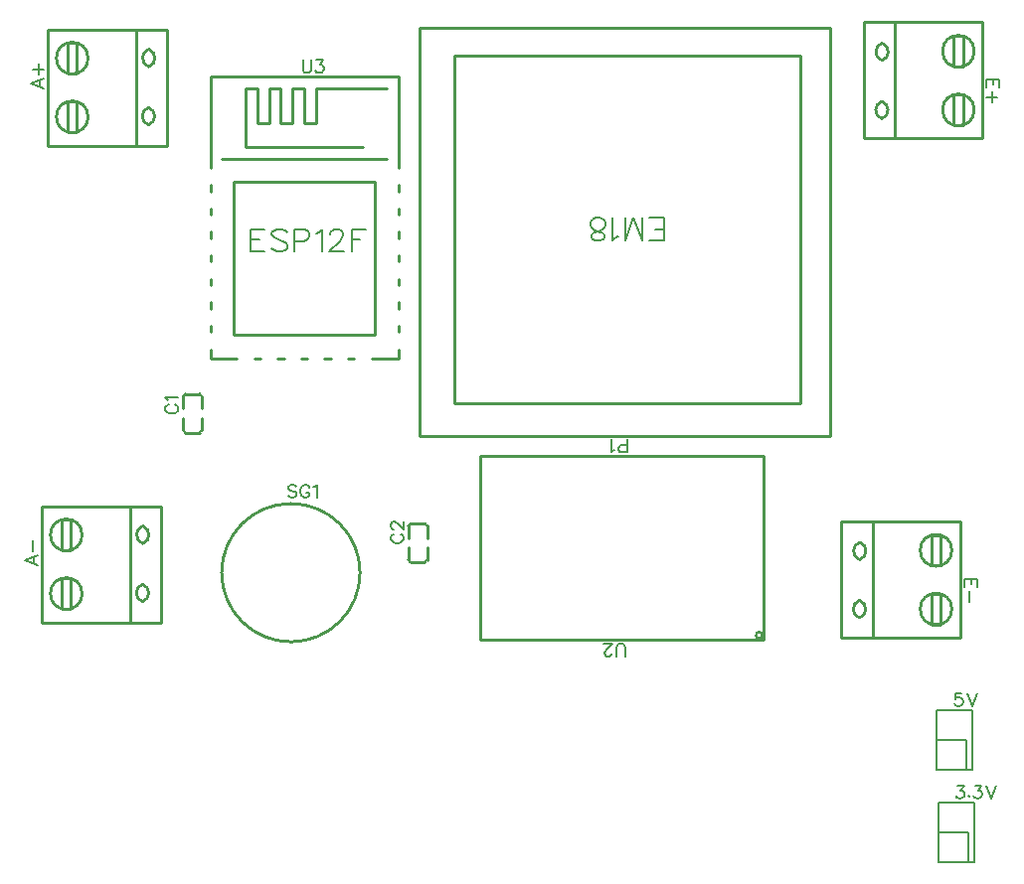
<source format=gto>
G04 Layer: TopSilkLayer*
G04 EasyEDA v6.4.3, 2020-08-09T00:17:02+05:30*
G04 6b3d8b3936fd40358e4656ce58cb2351,cf4aa5727a6a49518b7f5d996050d5f8,10*
G04 Gerber Generator version 0.2*
G04 Scale: 100 percent, Rotated: No, Reflected: No *
G04 Dimensions in millimeters *
G04 leading zeros omitted , absolute positions ,3 integer and 3 decimal *
%FSLAX33Y33*%
%MOMM*%
G90*
G71D02*

%ADD10C,0.254000*%
%ADD25C,0.203200*%
%ADD26C,0.152400*%

%LPD*%
G54D10*
G01X69278Y37973D02*
G01X34353Y37973D01*
G01X34353Y72771D01*
G01X69278Y72771D01*
G01X69278Y37973D01*
G01X66738Y70358D02*
G01X37274Y70358D01*
G01X37274Y70358D02*
G01X37274Y40767D01*
G01X66738Y40767D02*
G01X66738Y70358D01*
G01X66738Y40767D02*
G01X37274Y40767D01*
G01X63634Y20612D02*
G01X39504Y20612D01*
G01X39504Y36282D01*
G01X63634Y36282D01*
G01X63634Y20612D01*
G01X18509Y59574D02*
G01X18509Y46574D01*
G01X30509Y46574D01*
G01X30509Y59574D01*
G01X18509Y59574D01*
G01X29509Y62574D02*
G01X19509Y62574D01*
G01X19509Y67574D01*
G01X20509Y67574D01*
G01X20509Y64574D01*
G01X21509Y64574D01*
G01X21509Y67574D01*
G01X22509Y67574D01*
G01X22509Y64574D01*
G01X23509Y64574D01*
G01X23509Y67574D01*
G01X24509Y67574D01*
G01X24509Y64574D01*
G01X25509Y64574D01*
G01X25509Y67574D01*
G01X31509Y67574D01*
G01X17509Y61574D02*
G01X31509Y61574D01*
G01X16509Y68574D02*
G01X32509Y68574D01*
G01X32509Y68574D02*
G01X32509Y60805D01*
G01X32509Y59343D02*
G01X32509Y58805D01*
G01X32509Y57343D02*
G01X32509Y56805D01*
G01X32509Y55343D02*
G01X32509Y54805D01*
G01X32509Y53343D02*
G01X32509Y52805D01*
G01X32509Y51343D02*
G01X32509Y50805D01*
G01X32509Y49343D02*
G01X32509Y48805D01*
G01X32509Y47343D02*
G01X32509Y46805D01*
G01X32509Y45343D02*
G01X32509Y44574D01*
G01X32509Y44574D02*
G01X30238Y44574D01*
G01X28776Y44574D02*
G01X28238Y44574D01*
G01X26776Y44574D02*
G01X26239Y44574D01*
G01X24777Y44574D02*
G01X24238Y44574D01*
G01X22776Y44574D02*
G01X22240Y44574D01*
G01X20777Y44574D02*
G01X20242Y44574D01*
G01X18779Y44574D02*
G01X16509Y44574D01*
G01X16509Y44574D02*
G01X16509Y45343D01*
G01X16509Y46805D02*
G01X16509Y47343D01*
G01X16509Y48805D02*
G01X16509Y49343D01*
G01X16509Y50805D02*
G01X16509Y51343D01*
G01X16509Y52805D02*
G01X16509Y53343D01*
G01X16509Y54805D02*
G01X16509Y55343D01*
G01X16509Y56805D02*
G01X16509Y57343D01*
G01X16509Y58805D02*
G01X16509Y59343D01*
G01X16509Y60805D02*
G01X16509Y68574D01*
G01X4639Y23210D02*
G01X3838Y23211D01*
G01X3838Y25810D01*
G01X4638Y25810D01*
G01X4638Y23211D01*
G01X2185Y22024D02*
G01X2185Y31924D01*
G01X2185Y31924D02*
G01X12285Y31924D01*
G01X12285Y31924D02*
G01X12285Y22024D01*
G01X12285Y22024D02*
G01X2185Y22024D01*
G01X9652Y31877D02*
G01X9652Y22098D01*
G01X4639Y28210D02*
G01X3838Y28210D01*
G01X3838Y30810D01*
G01X4638Y30810D01*
G01X4638Y28210D01*
G01X77910Y29494D02*
G01X78711Y29493D01*
G01X78711Y26894D01*
G01X77911Y26894D01*
G01X77911Y29493D01*
G01X80364Y30680D02*
G01X80364Y20780D01*
G01X80364Y20780D02*
G01X70264Y20780D01*
G01X70264Y20780D02*
G01X70264Y30680D01*
G01X70264Y30680D02*
G01X80364Y30680D01*
G01X72898Y20828D02*
G01X72898Y30607D01*
G01X77910Y24494D02*
G01X78711Y24494D01*
G01X78711Y21894D01*
G01X77911Y21894D01*
G01X77911Y24494D01*
G01X5147Y63850D02*
G01X4346Y63851D01*
G01X4346Y66450D01*
G01X5146Y66450D01*
G01X5146Y63851D01*
G01X2693Y62664D02*
G01X2693Y72564D01*
G01X2693Y72564D02*
G01X12793Y72564D01*
G01X12793Y72564D02*
G01X12793Y62664D01*
G01X12793Y62664D02*
G01X2693Y62664D01*
G01X10160Y72517D02*
G01X10160Y62738D01*
G01X5147Y68850D02*
G01X4346Y68850D01*
G01X4346Y71450D01*
G01X5146Y71450D01*
G01X5146Y68850D01*
G01X79815Y72039D02*
G01X80616Y72038D01*
G01X80616Y69439D01*
G01X79816Y69439D01*
G01X79816Y72038D01*
G01X82269Y73225D02*
G01X82269Y63325D01*
G01X82269Y63325D02*
G01X72169Y63325D01*
G01X72169Y63325D02*
G01X72169Y73225D01*
G01X72169Y73225D02*
G01X82269Y73225D01*
G01X74803Y63373D02*
G01X74803Y73152D01*
G01X79815Y67039D02*
G01X80616Y67039D01*
G01X80616Y64439D01*
G01X79816Y64439D01*
G01X79816Y67039D01*
G01X14385Y41528D02*
G01X15585Y41528D01*
G01X14185Y39478D02*
G01X14185Y38478D01*
G01X15786Y39478D02*
G01X15786Y38478D01*
G01X14185Y40278D02*
G01X14185Y41277D01*
G01X15786Y40278D02*
G01X15786Y41277D01*
G01X14385Y38227D02*
G01X15585Y38227D01*
G01X14185Y38427D02*
G01X14185Y38478D01*
G01X15786Y38428D02*
G01X15786Y38478D01*
G01X14185Y41328D02*
G01X14185Y41277D01*
G01X15786Y41327D02*
G01X15786Y41277D01*
G01X33562Y30479D02*
G01X34762Y30479D01*
G01X33362Y28429D02*
G01X33362Y27429D01*
G01X34963Y28429D02*
G01X34963Y27429D01*
G01X33362Y29229D02*
G01X33362Y30228D01*
G01X34963Y29229D02*
G01X34963Y30228D01*
G01X33562Y27178D02*
G01X34762Y27178D01*
G01X33362Y27378D02*
G01X33362Y27429D01*
G01X34963Y27379D02*
G01X34963Y27429D01*
G01X33362Y30279D02*
G01X33362Y30228D01*
G01X34963Y30278D02*
G01X34963Y30228D01*
G54D25*
G01X81534Y1651D02*
G01X81534Y4191D01*
G01X81534Y6731D01*
G01X78486Y6731D01*
G01X78486Y1651D01*
G01X81534Y1651D01*
G01X81237Y1651D01*
G01X78486Y4193D02*
G01X81026Y4193D01*
G01X81026Y1651D01*
G01X81407Y9525D02*
G01X81407Y12065D01*
G01X81407Y14605D01*
G01X78359Y14605D01*
G01X78359Y9525D01*
G01X81407Y9525D01*
G01X81110Y9525D01*
G01X78359Y12067D02*
G01X80899Y12067D01*
G01X80899Y9525D01*
G54D26*
G01X23840Y33637D02*
G01X23736Y33741D01*
G01X23581Y33792D01*
G01X23373Y33792D01*
G01X23218Y33741D01*
G01X23114Y33637D01*
G01X23114Y33533D01*
G01X23164Y33428D01*
G01X23218Y33375D01*
G01X23322Y33324D01*
G01X23634Y33220D01*
G01X23736Y33169D01*
G01X23789Y33116D01*
G01X23840Y33012D01*
G01X23840Y32857D01*
G01X23736Y32753D01*
G01X23581Y32702D01*
G01X23373Y32702D01*
G01X23218Y32753D01*
G01X23114Y32857D01*
G01X24963Y33533D02*
G01X24912Y33637D01*
G01X24808Y33741D01*
G01X24704Y33792D01*
G01X24495Y33792D01*
G01X24391Y33741D01*
G01X24287Y33637D01*
G01X24236Y33533D01*
G01X24183Y33375D01*
G01X24183Y33116D01*
G01X24236Y32961D01*
G01X24287Y32857D01*
G01X24391Y32753D01*
G01X24495Y32702D01*
G01X24704Y32702D01*
G01X24808Y32753D01*
G01X24912Y32857D01*
G01X24963Y32961D01*
G01X24963Y33116D01*
G01X24704Y33116D02*
G01X24963Y33116D01*
G01X25306Y33583D02*
G01X25410Y33637D01*
G01X25565Y33792D01*
G01X25565Y32702D01*
G01X52006Y36565D02*
G01X52006Y37655D01*
G01X52006Y36565D02*
G01X51539Y36565D01*
G01X51384Y36616D01*
G01X51330Y36669D01*
G01X51280Y36774D01*
G01X51280Y36929D01*
G01X51330Y37033D01*
G01X51384Y37084D01*
G01X51539Y37137D01*
G01X52006Y37137D01*
G01X50937Y36774D02*
G01X50833Y36720D01*
G01X50675Y36565D01*
G01X50675Y37655D01*
G54D25*
G01X55118Y54592D02*
G01X55118Y56530D01*
G01X55118Y54592D02*
G01X53916Y54592D01*
G01X55118Y55514D02*
G01X54378Y55514D01*
G01X55118Y56530D02*
G01X53916Y56530D01*
G01X53306Y54592D02*
G01X53306Y56530D01*
G01X53306Y54592D02*
G01X52567Y56530D01*
G01X51828Y54592D02*
G01X52567Y56530D01*
G01X51828Y54592D02*
G01X51828Y56530D01*
G01X51219Y54960D02*
G01X51036Y54869D01*
G01X50759Y54592D01*
G01X50759Y56530D01*
G01X49687Y54592D02*
G01X49964Y54683D01*
G01X50055Y54869D01*
G01X50055Y55054D01*
G01X49964Y55237D01*
G01X49778Y55331D01*
G01X49410Y55422D01*
G01X49133Y55514D01*
G01X48948Y55699D01*
G01X48856Y55885D01*
G01X48856Y56161D01*
G01X48948Y56347D01*
G01X49039Y56438D01*
G01X49316Y56530D01*
G01X49687Y56530D01*
G01X49964Y56438D01*
G01X50055Y56347D01*
G01X50149Y56161D01*
G01X50149Y55885D01*
G01X50055Y55699D01*
G01X49872Y55514D01*
G01X49593Y55422D01*
G01X49225Y55331D01*
G01X49039Y55237D01*
G01X48948Y55054D01*
G01X48948Y54869D01*
G01X49039Y54683D01*
G01X49316Y54592D01*
G01X49687Y54592D01*
G54D26*
G01X51816Y19166D02*
G01X51816Y19946D01*
G01X51765Y20101D01*
G01X51661Y20205D01*
G01X51503Y20256D01*
G01X51399Y20256D01*
G01X51244Y20205D01*
G01X51140Y20101D01*
G01X51089Y19946D01*
G01X51089Y19166D01*
G01X50693Y19425D02*
G01X50693Y19375D01*
G01X50642Y19270D01*
G01X50589Y19217D01*
G01X50485Y19166D01*
G01X50279Y19166D01*
G01X50175Y19217D01*
G01X50121Y19270D01*
G01X50071Y19375D01*
G01X50071Y19479D01*
G01X50121Y19583D01*
G01X50225Y19738D01*
G01X50746Y20256D01*
G01X50017Y20256D01*
G01X24383Y69990D02*
G01X24383Y69210D01*
G01X24434Y69055D01*
G01X24538Y68951D01*
G01X24696Y68901D01*
G01X24800Y68901D01*
G01X24955Y68951D01*
G01X25059Y69055D01*
G01X25110Y69210D01*
G01X25110Y69990D01*
G01X25557Y69990D02*
G01X26128Y69990D01*
G01X25818Y69574D01*
G01X25973Y69574D01*
G01X26077Y69523D01*
G01X26128Y69472D01*
G01X26182Y69315D01*
G01X26182Y69210D01*
G01X26128Y69055D01*
G01X26024Y68951D01*
G01X25869Y68901D01*
G01X25714Y68901D01*
G01X25557Y68951D01*
G01X25506Y69002D01*
G01X25453Y69106D01*
G54D25*
G01X19941Y55590D02*
G01X19941Y53652D01*
G01X19941Y55590D02*
G01X21140Y55590D01*
G01X19941Y54668D02*
G01X20678Y54668D01*
G01X19941Y53652D02*
G01X21140Y53652D01*
G01X23042Y55313D02*
G01X22860Y55499D01*
G01X22583Y55590D01*
G01X22212Y55590D01*
G01X21935Y55499D01*
G01X21750Y55313D01*
G01X21750Y55130D01*
G01X21844Y54945D01*
G01X21935Y54853D01*
G01X22120Y54759D01*
G01X22674Y54574D01*
G01X22860Y54483D01*
G01X22951Y54391D01*
G01X23042Y54206D01*
G01X23042Y53929D01*
G01X22860Y53743D01*
G01X22583Y53652D01*
G01X22212Y53652D01*
G01X21935Y53743D01*
G01X21750Y53929D01*
G01X23652Y55590D02*
G01X23652Y53652D01*
G01X23652Y55590D02*
G01X24485Y55590D01*
G01X24762Y55499D01*
G01X24853Y55407D01*
G01X24945Y55222D01*
G01X24945Y54945D01*
G01X24853Y54759D01*
G01X24762Y54668D01*
G01X24485Y54574D01*
G01X23652Y54574D01*
G01X25554Y55222D02*
G01X25740Y55313D01*
G01X26017Y55590D01*
G01X26017Y53652D01*
G01X26720Y55130D02*
G01X26720Y55222D01*
G01X26812Y55407D01*
G01X26903Y55499D01*
G01X27089Y55590D01*
G01X27459Y55590D01*
G01X27642Y55499D01*
G01X27736Y55407D01*
G01X27828Y55222D01*
G01X27828Y55036D01*
G01X27736Y54853D01*
G01X27551Y54574D01*
G01X26626Y53652D01*
G01X27919Y53652D01*
G01X28529Y55590D02*
G01X28529Y53652D01*
G01X28529Y55590D02*
G01X29730Y55590D01*
G01X28529Y54668D02*
G01X29268Y54668D01*
G54D26*
G01X751Y27340D02*
G01X1841Y26924D01*
G01X751Y27340D02*
G01X1841Y27754D01*
G01X1478Y27078D02*
G01X1478Y27599D01*
G01X1374Y28097D02*
G01X1374Y29032D01*
G01X81798Y25781D02*
G01X80708Y25781D01*
G01X81798Y25781D02*
G01X81798Y25105D01*
G01X81280Y25781D02*
G01X81280Y25364D01*
G01X80708Y25781D02*
G01X80708Y25105D01*
G01X81175Y24762D02*
G01X81175Y23827D01*
G01X1259Y67980D02*
G01X2349Y67564D01*
G01X1259Y67980D02*
G01X2349Y68394D01*
G01X1986Y67718D02*
G01X1986Y68239D01*
G01X1414Y69204D02*
G01X2349Y69204D01*
G01X1882Y68737D02*
G01X1882Y69672D01*
G01X83703Y68326D02*
G01X82613Y68326D01*
G01X83703Y68326D02*
G01X83703Y67650D01*
G01X83185Y68326D02*
G01X83185Y67909D01*
G01X82613Y68326D02*
G01X82613Y67650D01*
G01X83548Y66840D02*
G01X82613Y66840D01*
G01X83080Y67307D02*
G01X83080Y66372D01*
G01X12948Y40646D02*
G01X12844Y40593D01*
G01X12740Y40489D01*
G01X12689Y40387D01*
G01X12689Y40179D01*
G01X12740Y40075D01*
G01X12844Y39971D01*
G01X12948Y39917D01*
G01X13106Y39866D01*
G01X13365Y39866D01*
G01X13520Y39917D01*
G01X13624Y39971D01*
G01X13728Y40075D01*
G01X13779Y40179D01*
G01X13779Y40387D01*
G01X13728Y40489D01*
G01X13624Y40593D01*
G01X13520Y40646D01*
G01X12898Y40989D02*
G01X12844Y41093D01*
G01X12689Y41248D01*
G01X13779Y41248D01*
G01X32125Y29597D02*
G01X32021Y29544D01*
G01X31917Y29440D01*
G01X31866Y29338D01*
G01X31866Y29130D01*
G01X31917Y29026D01*
G01X32021Y28922D01*
G01X32125Y28868D01*
G01X32283Y28817D01*
G01X32542Y28817D01*
G01X32697Y28868D01*
G01X32801Y28922D01*
G01X32905Y29026D01*
G01X32956Y29130D01*
G01X32956Y29338D01*
G01X32905Y29440D01*
G01X32801Y29544D01*
G01X32697Y29597D01*
G01X32125Y29991D02*
G01X32075Y29991D01*
G01X31970Y30044D01*
G01X31917Y30095D01*
G01X31866Y30199D01*
G01X31866Y30407D01*
G01X31917Y30512D01*
G01X31970Y30562D01*
G01X32075Y30616D01*
G01X32179Y30616D01*
G01X32283Y30562D01*
G01X32438Y30458D01*
G01X32956Y29940D01*
G01X32956Y30667D01*
G01X80114Y8138D02*
G01X80685Y8138D01*
G01X80373Y7721D01*
G01X80530Y7721D01*
G01X80632Y7670D01*
G01X80685Y7620D01*
G01X80736Y7462D01*
G01X80736Y7358D01*
G01X80685Y7203D01*
G01X80581Y7099D01*
G01X80426Y7048D01*
G01X80269Y7048D01*
G01X80114Y7099D01*
G01X80060Y7150D01*
G01X80010Y7254D01*
G01X81132Y7307D02*
G01X81079Y7254D01*
G01X81132Y7203D01*
G01X81183Y7254D01*
G01X81132Y7307D01*
G01X81630Y8138D02*
G01X82202Y8138D01*
G01X81889Y7721D01*
G01X82047Y7721D01*
G01X82151Y7670D01*
G01X82202Y7620D01*
G01X82255Y7462D01*
G01X82255Y7358D01*
G01X82202Y7203D01*
G01X82097Y7099D01*
G01X81942Y7048D01*
G01X81788Y7048D01*
G01X81630Y7099D01*
G01X81579Y7150D01*
G01X81526Y7254D01*
G01X82598Y8138D02*
G01X83012Y7048D01*
G01X83428Y8138D02*
G01X83012Y7048D01*
G01X80505Y16012D02*
G01X79987Y16012D01*
G01X79933Y15544D01*
G01X79987Y15595D01*
G01X80142Y15648D01*
G01X80299Y15648D01*
G01X80454Y15595D01*
G01X80558Y15494D01*
G01X80609Y15336D01*
G01X80609Y15232D01*
G01X80558Y15077D01*
G01X80454Y14973D01*
G01X80299Y14922D01*
G01X80142Y14922D01*
G01X79987Y14973D01*
G01X79933Y15024D01*
G01X79883Y15128D01*
G01X80952Y16012D02*
G01X81368Y14922D01*
G01X81785Y16012D02*
G01X81368Y14922D01*
G54D10*
G75*
G01X10739Y23811D02*
G02X10739Y25311I271J750D01*
G01*
G75*
G01X10739Y23811D02*
G03X10739Y25311I-271J750D01*
G01*
G75*
G01X10759Y28769D02*
G02X10759Y30269I271J750D01*
G01*
G75*
G01X10759Y28769D02*
G03X10759Y30269I-271J750D01*
G01*
G75*
G01X71811Y28894D02*
G02X71811Y27394I-271J-750D01*
G01*
G75*
G01X71811Y28894D02*
G03X71811Y27394I271J-750D01*
G01*
G75*
G01X71791Y23936D02*
G02X71791Y22436I-271J-750D01*
G01*
G75*
G01X71791Y23936D02*
G03X71791Y22436I271J-750D01*
G01*
G75*
G01X11247Y64451D02*
G02X11247Y65951I271J750D01*
G01*
G75*
G01X11247Y64451D02*
G03X11247Y65951I-271J750D01*
G01*
G75*
G01X11267Y69409D02*
G02X11267Y70909I271J750D01*
G01*
G75*
G01X11267Y69409D02*
G03X11267Y70909I-271J750D01*
G01*
G75*
G01X73716Y71439D02*
G02X73716Y69939I-271J-750D01*
G01*
G75*
G01X73716Y71439D02*
G03X73716Y69939I271J-750D01*
G01*
G75*
G01X73696Y66481D02*
G02X73696Y64981I-271J-750D01*
G01*
G75*
G01X73696Y66481D02*
G03X73696Y64981I271J-750D01*
G01*
G75*
G01X14386Y38228D02*
G02X14186Y38428I0J200D01*
G01*
G75*
G01X15586Y38228D02*
G03X15786Y38428I0J200D01*
G01*
G75*
G01X14386Y41528D02*
G03X14186Y41328I0J-200D01*
G01*
G75*
G01X15586Y41528D02*
G02X15786Y41328I0J-200D01*
G01*
G75*
G01X33563Y27179D02*
G02X33363Y27379I0J200D01*
G01*
G75*
G01X34763Y27179D02*
G03X34963Y27379I0J200D01*
G01*
G75*
G01X33563Y30479D02*
G03X33363Y30279I0J-200D01*
G01*
G75*
G01X34763Y30479D02*
G02X34963Y30279I0J-200D01*
G01*
G75*
G01X29261Y26289D02*
G03X29261Y26289I-5893J0D01*
G01*
G75*
G01X63500Y20955D02*
G03X63500Y20955I-254J0D01*
G01*
G75*
G01X5589Y24511D02*
G03X5589Y24511I-1350J0D01*
G01*
G75*
G01X5589Y29511D02*
G03X5589Y29511I-1350J0D01*
G01*
G75*
G01X79661Y28194D02*
G03X79661Y28194I-1350J0D01*
G01*
G75*
G01X79661Y23194D02*
G03X79661Y23194I-1350J0D01*
G01*
G75*
G01X6097Y65151D02*
G03X6097Y65151I-1350J0D01*
G01*
G75*
G01X6097Y70151D02*
G03X6097Y70151I-1350J0D01*
G01*
G75*
G01X81566Y70739D02*
G03X81566Y70739I-1350J0D01*
G01*
G75*
G01X81566Y65739D02*
G03X81566Y65739I-1350J0D01*
G01*
M00*
M02*

</source>
